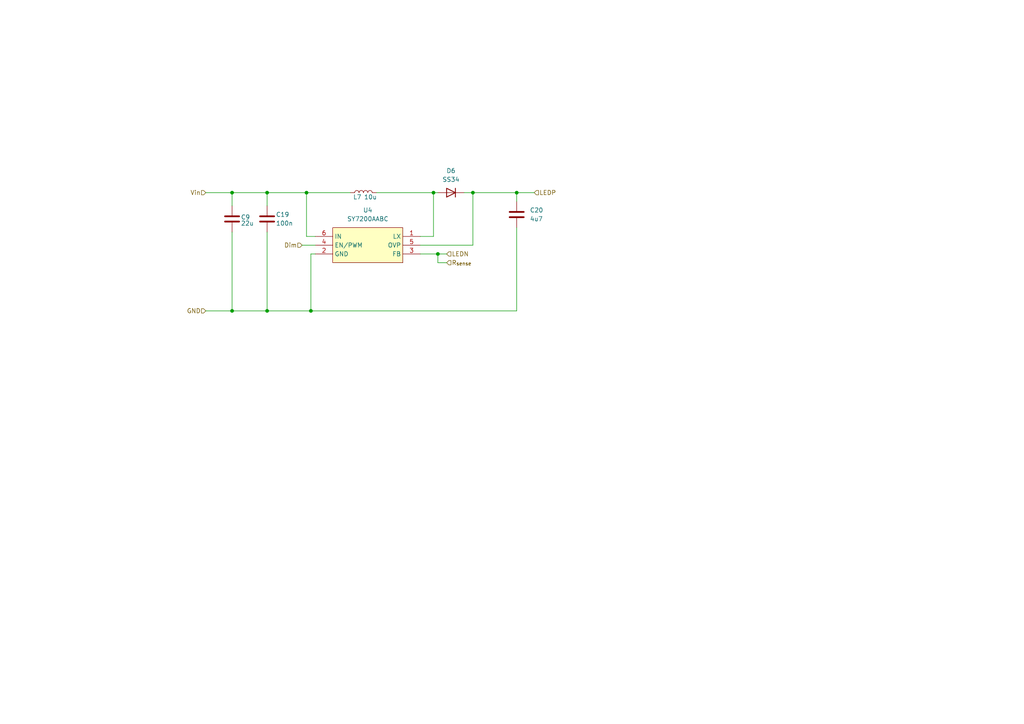
<source format=kicad_sch>
(kicad_sch (version 20231120) (generator "eeschema") (generator_version "8.0")
  (paper "A4")
  (lib_symbols
    (symbol "Device:C" (pin_numbers hide) (pin_names (offset 0.254))
      (property "Reference" "C" (at 0.635 2.54 0))
      (property "Value" "C" (at 0.635 -2.54 0))
      (symbol "C_0_1"
        (polyline (pts (xy -2.032 -0.762) (xy 2.032 -0.762)) (stroke (width 0.508)))
        (polyline (pts (xy -2.032 0.762) (xy 2.032 0.762)) (stroke (width 0.508)))
      )
      (symbol "C_1_1"
        (pin passive line (at 0 3.81 270) (length 2.794) (name "~") (number "1"))
        (pin passive line (at 0 -3.81 90) (length 2.794) (name "~") (number "2"))
      )
    )
    (symbol "Device:D" (pin_numbers hide) (pin_names (offset 1.016) hide)
      (property "Reference" "D" (at 0 2.54 0))
      (property "Value" "D" (at 0 -2.54 0))
      (symbol "D_0_1"
        (polyline (pts (xy -1.27 1.27) (xy -1.27 -1.27)) (stroke (width 0.254)))
        (polyline (pts (xy 1.27 0) (xy -1.27 0)))
        (polyline (pts (xy 1.27 1.27) (xy 1.27 -1.27) (xy -1.27 0) (xy 1.27 1.27)) (stroke (width 0.254)))
      )
      (symbol "D_1_1"
        (pin passive line (at -3.81 0 0) (length 2.54) (name "K") (number "1"))
        (pin passive line (at 3.81 0 180) (length 2.54) (name "A") (number "2"))
      )
    )
    (symbol "Device:L" (pin_numbers hide) (pin_names (offset 1.016) hide)
      (property "Reference" "L" (at -1.27 0 90))
      (property "Value" "L" (at 1.905 0 90))
      (symbol "L_0_1"
        (arc (start 0 -2.54) (mid 0.6323 -1.905) (end 0 -1.27))
        (arc (start 0 -1.27) (mid 0.6323 -0.635) (end 0 0))
        (arc (start 0 0) (mid 0.6323 0.635) (end 0 1.27))
        (arc (start 0 1.27) (mid 0.6323 1.905) (end 0 2.54))
      )
      (symbol "L_1_1"
        (pin passive line (at 0 3.81 270) (length 1.27) (name "1") (number "1"))
        (pin passive line (at 0 -3.81 90) (length 1.27) (name "2") (number "2"))
      )
    )
    (symbol "LCSC:SY7200AABC"
      (property "Reference" "U" (at 0 7.62 0))
      (property "Value" "SY7200AABC" (at 0 -7.62 0))
      (symbol "SY7200AABC_0_1"
        (rectangle (start -10.16 5.08) (end 10.16 -5.08) (fill (type background)))
        (pin unspecified line (at 15.24 2.54 180) (length 5.08) (name "LX") (number "1"))
        (pin unspecified line (at -15.24 -2.54 0) (length 5.08) (name "GND") (number "2"))
        (pin unspecified line (at 15.24 -2.54 180) (length 5.08) (name "FB") (number "3"))
        (pin unspecified line (at -15.24 0 0) (length 5.08) (name "EN/PWM") (number "4"))
        (pin unspecified line (at 15.24 0 180) (length 5.08) (name "OVP") (number "5"))
        (pin unspecified line (at -15.24 2.54 0) (length 5.08) (name "IN") (number "6"))
      )
    )
  )
  (junction (at 149.86 55.88))
  (junction (at 90.17 90.17))
  (junction (at 67.31 55.88))
  (junction (at 88.9 55.88))
  (junction (at 127 73.66))
  (junction (at 125.73 55.88))
  (junction (at 137.16 55.88))
  (junction (at 77.47 90.17))
  (junction (at 77.47 55.88))
  (junction (at 67.31 90.17))
  (wire (pts (xy 77.47 67.31) (xy 77.47 90.17)))
  (wire (pts (xy 88.9 55.88) (xy 77.47 55.88)))
  (wire (pts (xy 67.31 55.88) (xy 67.31 59.69)))
  (wire (pts (xy 59.69 90.17) (xy 67.31 90.17)))
  (wire (pts (xy 90.17 90.17) (xy 149.86 90.17)))
  (wire (pts (xy 127 73.66) (xy 129.54 73.66)))
  (wire (pts (xy 127 76.2) (xy 127 73.66)))
  (wire (pts (xy 149.86 66.04) (xy 149.86 90.17)))
  (wire (pts (xy 121.92 68.58) (xy 125.73 68.58)))
  (wire (pts (xy 149.86 55.88) (xy 149.86 58.42)))
  (wire (pts (xy 77.47 55.88) (xy 77.47 59.69)))
  (wire (pts (xy 77.47 90.17) (xy 90.17 90.17)))
  (wire (pts (xy 91.44 73.66) (xy 90.17 73.66)))
  (wire (pts (xy 59.69 55.88) (xy 67.31 55.88)))
  (wire (pts (xy 67.31 90.17) (xy 77.47 90.17)))
  (wire (pts (xy 137.16 55.88) (xy 149.86 55.88)))
  (wire (pts (xy 121.92 71.12) (xy 137.16 71.12)))
  (wire (pts (xy 88.9 55.88) (xy 101.6 55.88)))
  (wire (pts (xy 67.31 67.31) (xy 67.31 90.17)))
  (wire (pts (xy 91.44 68.58) (xy 88.9 68.58)))
  (wire (pts (xy 129.54 76.2) (xy 127 76.2)))
  (wire (pts (xy 88.9 68.58) (xy 88.9 55.88)))
  (wire (pts (xy 134.62 55.88) (xy 137.16 55.88)))
  (wire (pts (xy 67.31 55.88) (xy 77.47 55.88)))
  (wire (pts (xy 127 55.88) (xy 125.73 55.88)))
  (wire (pts (xy 90.17 73.66) (xy 90.17 90.17)))
  (wire (pts (xy 125.73 68.58) (xy 125.73 55.88)))
  (wire (pts (xy 121.92 73.66) (xy 127 73.66)))
  (wire (pts (xy 87.63 71.12) (xy 91.44 71.12)))
  (wire (pts (xy 149.86 55.88) (xy 154.94 55.88)))
  (wire (pts (xy 137.16 71.12) (xy 137.16 55.88)))
  (wire (pts (xy 109.22 55.88) (xy 125.73 55.88)))
  (hierarchical_label "R_{sense}" (shape input) (at 129.54 76.2 0))
  (hierarchical_label "LEDP" (shape input) (at 154.94 55.88 0))
  (hierarchical_label "LEDN" (shape input) (at 129.54 73.66 0))
  (hierarchical_label "GND" (shape input) (at 59.69 90.17 180))
  (hierarchical_label "Dim" (shape input) (at 87.63 71.12 180))
  (hierarchical_label "Vin" (shape input) (at 59.69 55.88 180))
  (symbol (lib_id "Device:C") (at 67.31 63.5 0) (unit 1)
    (property "Reference" "C9" (at 69.85 62.992 0) (effects (justify left)))
    (property "Value" "22u" (at 69.85 64.77 0) (effects (justify left)))
    (property "Footprint" "Capacitor_SMD:C_1210_3225Metric" (effects (hide yes)))
    (property "Description" "Unpolarized capacitor" (effects (hide yes)))
    (instances (project "LEDTischLampe" (path "" (reference "C9") (unit 1)) (path "" (reference "C11") (unit 1)) (path "" (reference "C13") (unit 1)) (path "" (reference "C12") (unit 1)) (path "" (reference "C10") (unit 1))))
  )
  (symbol (lib_id "LCSC:SY7200AABC") (at 106.68 71.12 0) (unit 1)
    (property "Reference" "U4" (at 106.68 60.96 0))
    (property "Value" "SY7200AABC" (at 106.68 63.5 0))
    (property "Footprint" "LCSC:SOT-23-6_L2.9-W1.6-P0.95-LS2.8-BR" (effects (hide yes)))
    (property "Datasheet" "https://lcsc.com/product-detail/LED-Drivers_Silergy_SY7200AABC_SY7200AABC_C107309.html" (effects (hide yes)))
    (property "LCSC Part" "C107309" (effects (hide yes)))
    (instances (project "LEDTischLampe" (path "" (reference "U4") (unit 1)) (path "" (reference "U5") (unit 1)) (path "" (reference "U2") (unit 1)) (path "" (reference "U6") (unit 1)) (path "" (reference "U3") (unit 1))))
  )
  (symbol (lib_id "Device:L") (at 105.41 55.88 90) (unit 1)
    (property "Reference" "L7" (at 103.632 57.15 90))
    (property "Value" "10u" (at 107.442 57.15 90))
    (property "Footprint" "LCSC:IND-SMD_L2.5-W2.0" (effects (hide yes)))
    (instances (project "LEDTischLampe" (path "" (reference "L7") (unit 1)) (path "" (reference "L9") (unit 1)) (path "" (reference "L11") (unit 1)) (path "" (reference "L10") (unit 1)) (path "" (reference "L8") (unit 1))))
  )
  (symbol (lib_id "Device:C") (at 149.86 62.23 0) (unit 1)
    (property "Reference" "C20" (at 153.67 60.9599 0) (effects (justify left)))
    (property "Value" "4u7" (at 153.67 63.4999 0) (effects (justify left)))
    (property "Footprint" "Capacitor_SMD:C_1206_3216Metric" (effects (hide yes)))
    (property "Description" "Unpolarized capacitor" (effects (hide yes)))
    (instances (project "LEDTischLampe" (path "" (reference "C20") (unit 1)) (path "" (reference "C22") (unit 1)) (path "" (reference "C15") (unit 1)) (path "" (reference "C24") (unit 1)) (path "" (reference "C17") (unit 1))))
  )
  (symbol (lib_id "Device:D") (at 130.81 55.88 180) (unit 1)
    (property "Reference" "D6" (at 130.81 49.53 0))
    (property "Value" "SS34" (at 130.81 52.07 0))
    (property "Footprint" "Diode_SMD:D_SMA" (effects (hide yes)))
    (property "Description" "Diode" (effects (hide yes)))
    (property "Sim.Device" "D" (effects (hide yes)))
    (property "Sim.Pins" "1=K 2=A" (effects (hide yes)))
    (instances (project "LEDTischLampe" (path "" (reference "D6") (unit 1)) (path "" (reference "D7") (unit 1)) (path "" (reference "D26") (unit 1)) (path "" (reference "D8") (unit 1)) (path "" (reference "D5") (unit 1))))
  )
  (symbol (lib_id "Device:C") (at 77.47 63.5 0) (unit 1)
    (property "Reference" "C19" (at 80.01 62.23 0) (effects (justify left)))
    (property "Value" "100n" (at 80.01 64.77 0) (effects (justify left)))
    (property "Footprint" "Capacitor_SMD:C_0402_1005Metric" (effects (hide yes)))
    (property "Description" "Unpolarized capacitor" (effects (hide yes)))
    (instances (project "LEDTischLampe" (path "" (reference "C19") (unit 1)) (path "" (reference "C21") (unit 1)) (path "" (reference "C14") (unit 1)) (path "" (reference "C23") (unit 1)) (path "" (reference "C3") (unit 1))))
  )
)
</source>
